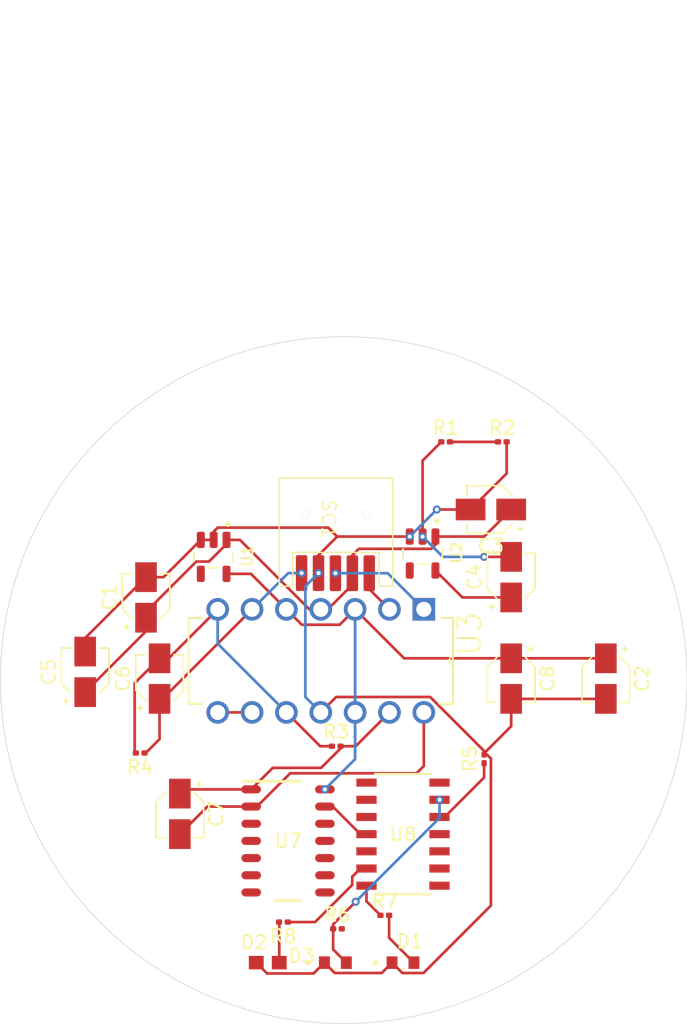
<source format=kicad_pcb>
(kicad_pcb (version 20241229) (generator "pcbnew") (generator_version "9.0")
  (layers (0 "F.Cu" signal) (2 "B.Cu" signal) (13 "F.Paste" user) (15 "B.Paste" user) (5 "F.SilkS" user "F.Silkscreen") (7 "B.SilkS" user "B.Silkscreen") (1 "F.Mask" user) (3 "B.Mask" user) (25 "Edge.Cuts" user))
  (net 0 "")
  (net 1 "GND")
  (net 2 "+5V")
  (net 3 "+2.5V")
  (net 4 "+2.1V")
  (net 5 "Net-(U2-GND)")
  (net 6 "Net-(U3C-+)")
  (net 7 "Net-(SC1-Wrk_Electrode)")
  (net 8 "Net-(U3D--)")
  (net 9 "Net-(U7-SIG_A_OUT_IN)")
  (net 10 "Net-(R1-Pad2)")
  (net 11 "Net-(SC1-GND)")
  (net 12 "Net-(U3C--)")
  (net 13 "Net-(SC1-Ref_Electrode)")
  (net 14 "Net-(SC1-Cntr_Electrode)")
  (net 25 "Net-(U7-CONTROL_A)")
  (net 35 "Net-(D1-PadA)")
  (net 36 "Net-(D2-Pad2)")
  (net 37 "Net-(U8-PA3{slash}EXTCLK)")
  (net 38 "Net-(D3-A)")
  (net 39 "Net-(U8-PB2)")
  (net 40 "Net-(U8-PB3)")
  (footprint "LTST_S270KRKT-3:0603" (layer "F.Cu") (at 165 130)
    (property "Reference" "D2" (at -1 -1.5 0) (layer "F.SilkS") (effects (font (size 1.001748 1.001748))))
    (property "Value" "RED")
    (pad "1" smd rect (at -0.85 0) (size 1.1 1) (layers "F.Cu" "F.Mask" "F.Paste") (net 1 "GND"))
    (pad "2" smd rect (at 0.85 0) (size 1.1 1) (layers "F.Cu" "F.Mask" "F.Paste") (net 36 "Net-(D2-Pad2)"))
  )
  (footprint "Capacitor_SMD:CP_Elec_3x5.3" (layer "F.Cu") (at 157 109 90)
    (property "Reference" "C6" (at 0 -2.7 90) (layer "F.SilkS"))
    (property "Value" "10nF")
    (fp_line (start 1.76 -1.76) (end 1.76 -1.06) (stroke (width 0.12)) (layer "F.SilkS"))
    (fp_line (start -0.870563 -1.76) (end 1.76 -1.76) (stroke (width 0.12)) (layer "F.SilkS"))
    (fp_line (start -2.1875 -1.6225) (end -2.1875 -1.2475) (stroke (width 0.12)) (layer "F.SilkS"))
    (fp_line (start -2.375 -1.435) (end -2 -1.435) (stroke (width 0.12)) (layer "F.SilkS"))
    (fp_line (start -1.570563 -1.06) (end -0.870563 -1.76) (stroke (width 0.12)) (layer "F.SilkS"))
    (fp_line (start -1.570563 1.06) (end -0.870563 1.76) (stroke (width 0.12)) (layer "F.SilkS"))
    (fp_line (start 1.76 1.76) (end 1.76 1.06) (stroke (width 0.12)) (layer "F.SilkS"))
    (fp_line (start -0.870563 1.76) (end 1.76 1.76) (stroke (width 0.12)) (layer "F.SilkS"))
    (pad "1" smd rect (at -1.5 0 90) (size 2.2 1.6) (layers "F.Cu" "F.Mask" "F.Paste") (net 7 "Net-(SC1-Wrk_Electrode)"))
    (pad "2" smd rect (at 1.5 0 90) (size 2.2 1.6) (layers "F.Cu" "F.Mask" "F.Paste") (net 6 "Net-(U3C-+)"))
  )
  (footprint "Resistor_SMD:R_0201_0603Metric" (layer "F.Cu") (at 173.655 126.5)
    (property "Reference" "R7" (at 0 -1.05 0) (layer "F.SilkS"))
    (property "Value" "R_US")
    (pad "1" smd roundrect (at -0.32 0) (size 0.46 0.4) (layers "F.Cu" "F.Mask") (net 39 "Net-(U8-PB2)"))
    (pad "2" smd roundrect (at 0.32 0) (size 0.46 0.4) (layers "F.Cu" "F.Mask") (net 35 "Net-(D1-PadA)"))
  )
  (footprint "Capacitor_SMD:CP_Elec_3x5.3" (layer "F.Cu") (at 183 109 -90)
    (property "Reference" "C8" (at 0 -2.7 90) (layer "F.SilkS"))
    (property "Value" "100nF")
    (fp_line (start -0.870563 1.76) (end 1.76 1.76) (stroke (width 0.12)) (layer "F.SilkS"))
    (fp_line (start 1.76 1.76) (end 1.76 1.06) (stroke (width 0.12)) (layer "F.SilkS"))
    (fp_line (start -1.570563 1.06) (end -0.870563 1.76) (stroke (width 0.12)) (layer "F.SilkS"))
    (fp_line (start -1.570563 -1.06) (end -0.870563 -1.76) (stroke (width 0.12)) (layer "F.SilkS"))
    (fp_line (start -2.375 -1.435) (end -2 -1.435) (stroke (width 0.12)) (layer "F.SilkS"))
    (fp_line (start -2.1875 -1.6225) (end -2.1875 -1.2475) (stroke (width 0.12)) (layer "F.SilkS"))
    (fp_line (start -0.870563 -1.76) (end 1.76 -1.76) (stroke (width 0.12)) (layer "F.SilkS"))
    (fp_line (start 1.76 -1.76) (end 1.76 -1.06) (stroke (width 0.12)) (layer "F.SilkS"))
    (pad "1" smd rect (at -1.5 0 270) (size 2.2 1.6) (layers "F.Cu" "F.Mask" "F.Paste") (net 3 "+2.5V"))
    (pad "2" smd rect (at 1.5 0 270) (size 2.2 1.6) (layers "F.Cu" "F.Mask" "F.Paste") (net 1 "GND"))
  )
  (footprint "Glucose Meter:Strip-Connector" (layer "F.Cu") (at 170 97.5 -90)
    (property "Reference" "SC1" (at -0.3 0.495 270) (layer "F.SilkS") (effects (font (thickness 0.1))))
    (property "Value" "~")
    (fp_line (start -3.33 4.16) (end 4.67 4.16) (stroke (width 0.1)) (layer "F.SilkS"))
    (fp_line (start 4.67 4.16) (end 4.67 3.16) (stroke (width 0.1)) (layer "F.SilkS"))
    (fp_line (start 2.17 3.16) (end 2.17 -3.24) (stroke (width 0.1)) (layer "F.SilkS"))
    (fp_line (start 4.67 3.16) (end 2.17 3.16) (stroke (width 0.1)) (layer "F.SilkS"))
    (fp_line (start 4.67 -3.24) (end 2.17 -3.24) (stroke (width 0.1)) (layer "F.SilkS"))
    (fp_line (start -3.33 -4.24) (end -3.33 4.16) (stroke (width 0.1)) (layer "F.SilkS"))
    (fp_line (start -3.33 -4.24) (end 4.67 -4.24) (stroke (width 0.1)) (layer "F.SilkS"))
    (fp_line (start 4.67 -4.24) (end 4.67 -3.24) (stroke (width 0.1)) (layer "F.SilkS"))
    (pad "1" smd roundrect (at 3.71 -2.505 270) (size 2.65 0.85) (layers "F.Cu" "F.Mask" "F.Paste") (roundrect_rratio 0.15) (net 13 "Net-(SC1-Ref_Electrode)"))
    (pad "2" smd roundrect (at 3.71 -1.255 270) (size 2.65 0.85) (layers "F.Cu" "F.Mask" "F.Paste") (roundrect_rratio 0.15) (net 2 "+5V"))
    (pad "3" thru_hole circle (at -0.665 -2.32 270) (size 0.6 0.6) (drill 0.6) (layers "*.Cu" "*.Mask"))
    (pad "3" smd roundrect (at 3.71 -0.005 270) (size 2.65 0.85) (layers "F.Cu" "F.Mask" "F.Paste") (roundrect_rratio 0.15) (net 14 "Net-(SC1-Cntr_Electrode)"))
    (pad "4" thru_hole circle (at -0.665 2.24 270) (size 0.6 0.6) (drill 0.6) (layers "*.Cu" "*.Mask"))
    (pad "4" smd roundrect (at 3.7 1.245 270) (size 2.65 0.85) (layers "F.Cu" "F.Mask" "F.Paste") (roundrect_rratio 0.15) (net 1 "GND"))
    (pad "5" smd roundrect (at 3.7 2.495 270) (size 2.65 0.85) (layers "F.Cu" "F.Mask" "F.Paste") (roundrect_rratio 0.15) (net 7 "Net-(SC1-Wrk_Electrode)"))
  )
  (footprint "Resistor_SMD:R_0201_0603Metric" (layer "F.Cu") (at 155.5675 114.5 180)
    (property "Reference" "R4" (at 0 -1.05 180) (layer "F.SilkS"))
    (property "Value" "100k")
    (pad "1" smd roundrect (at -0.32 0 180) (size 0.46 0.4) (layers "F.Cu" "F.Mask") (net 7 "Net-(SC1-Wrk_Electrode)"))
    (pad "2" smd roundrect (at 0.32 0 180) (size 0.46 0.4) (layers "F.Cu" "F.Mask") (net 6 "Net-(U3C-+)"))
  )
  (footprint "LMC6484AIN_NOPB-2:DIP254P762X508-14" (layer "F.Cu") (at 161.3 111.5 -90)
    (property "Reference" "U3" (at -5.81 -18.62 90) (layer "F.SilkS") (effects (font (size 1.642008 1.642008))))
    (property "Value" "LMC6484")
    (fp_line (start -6.985 2.159) (end -0.635 2.159) (stroke (width 0.1524)) (layer "F.SilkS"))
    (fp_line (start -0.635 2.159) (end -0.635 1.143) (stroke (width 0.1524)) (layer "F.SilkS"))
    (fp_line (start -6.985 1.143) (end -6.985 2.159) (stroke (width 0.1524)) (layer "F.SilkS"))
    (fp_line (start -0.635 -16.383) (end -0.635 -17.399) (stroke (width 0.1524)) (layer "F.SilkS"))
    (fp_line (start -6.985 -17.399) (end -6.985 -16.5608) (stroke (width 0.1524)) (layer "F.SilkS"))
    (fp_line (start -4.1148 -17.399) (end -6.985 -17.399) (stroke (width 0.1524)) (layer "F.SilkS"))
    (fp_line (start -3.5052 -17.399) (end -4.1148 -17.399) (stroke (width 0.1524)) (layer "F.SilkS"))
    (fp_line (start -0.635 -17.399) (end -3.5052 -17.399) (stroke (width 0.1524)) (layer "F.SilkS"))
    (fp_arc (start -3.5052 -17.399) (mid -3.81 -17.0942) (end -4.1148 -17.399) (stroke (width 0.1)) (layer "F.SilkS"))
    (pad "1" thru_hole rect (at -7.62 -15.24 270) (size 1.6764 1.6764) (drill 1.1176) (layers "*.Cu" "*.Mask") (net 14 "Net-(SC1-Cntr_Electrode)"))
    (pad "2" thru_hole circle (at -7.62 -12.7 270) (size 1.6764 1.6764) (drill 1.1176) (layers "*.Cu" "*.Mask") (net 13 "Net-(SC1-Ref_Electrode)"))
    (pad "3" thru_hole circle (at -7.62 -10.16 270) (size 1.6764 1.6764) (drill 1.1176) (layers "*.Cu" "*.Mask") (net 3 "+2.5V"))
    (pad "4" thru_hole circle (at -7.62 -7.62 270) (size 1.6764 1.6764) (drill 1.1176) (layers "*.Cu" "*.Mask") (net 2 "+5V"))
    (pad "5" thru_hole circle (at -7.62 -5.08 270) (size 1.6764 1.6764) (drill 1.1176) (layers "*.Cu" "*.Mask") (net 3 "+2.5V"))
    (pad "6" thru_hole circle (at -7.62 -2.54 270) (size 1.6764 1.6764) (drill 1.1176) (layers "*.Cu" "*.Mask") (net 7 "Net-(SC1-Wrk_Electrode)"))
    (pad "7" thru_hole circle (at -7.62 0 270) (size 1.6764 1.6764) (drill 1.1176) (layers "*.Cu" "*.Mask") (net 6 "Net-(U3C-+)"))
    (pad "8" thru_hole circle (at 0 0 270) (size 1.6764 1.6764) (drill 1.1176) (layers "*.Cu" "*.Mask") (net 12 "Net-(U3C--)"))
    (pad "9" thru_hole circle (at 0 -2.54 270) (size 1.6764 1.6764) (drill 1.1176) (layers "*.Cu" "*.Mask") (net 12 "Net-(U3C--)"))
    (pad "10" thru_hole circle (at 0 -5.08 270) (size 1.6764 1.6764) (drill 1.1176) (layers "*.Cu" "*.Mask") (net 6 "Net-(U3C-+)"))
    (pad "11" thru_hole circle (at 0 -7.62 270) (size 1.6764 1.6764) (drill 1.1176) (layers "*.Cu" "*.Mask") (net 1 "GND"))
    (pad "12" thru_hole circle (at 0 -10.16 270) (size 1.6764 1.6764) (drill 1.1176) (layers "*.Cu" "*.Mask") (net 3 "+2.5V"))
    (pad "13" thru_hole circle (at 0 -12.7 270) (size 1.6764 1.6764) (drill 1.1176) (layers "*.Cu" "*.Mask") (net 8 "Net-(U3D--)"))
    (pad "14" thru_hole circle (at 0 -15.24 270) (size 1.6764 1.6764) (drill 1.1176) (layers "*.Cu" "*.Mask") (net 9 "Net-(U7-SIG_A_OUT_IN)"))
  )
  (footprint "footprints:D0014A_N" (layer "F.Cu") (at 166.5 121)
    (property "Reference" "U7" (at 0 0 0) (layer "F.SilkS"))
    (property "Value" "CD4066BM96")
    (fp_line (start -3.300001 -4.399999) (end 0.900001 -4.399999) (stroke (width 0.2)) (layer "F.SilkS"))
    (fp_line (start -0.900001 4.399999) (end 0.900001 4.399999) (stroke (width 0.2)) (layer "F.SilkS"))
    (pad "1" smd oval (at -2.725001 -3.81 90) (size 0.599999 1.45) (layers "F.Cu" "F.Mask" "F.Paste") (net 8 "Net-(U3D--)"))
    (pad "2" smd oval (at -2.725001 -2.54 90) (size 0.599999 1.45) (layers "F.Cu" "F.Mask" "F.Paste") (net 9 "Net-(U7-SIG_A_OUT_IN)"))
    (pad "3" smd oval (at -2.725001 -1.27 90) (size 0.599999 1.45) (layers "F.Cu" "F.Mask" "F.Paste"))
    (pad "4" smd oval (at -2.725001 0 90) (size 0.599999 1.45) (layers "F.Cu" "F.Mask" "F.Paste"))
    (pad "5" smd oval (at -2.725001 1.27 90) (size 0.599999 1.45) (layers "F.Cu" "F.Mask" "F.Paste"))
    (pad "6" smd oval (at -2.725001 2.54 90) (size 0.599999 1.45) (layers "F.Cu" "F.Mask" "F.Paste"))
    (pad "7" smd oval (at -2.725001 3.81 90) (size 0.599999 1.45) (layers "F.Cu" "F.Mask" "F.Paste"))
    (pad "8" smd oval (at 2.724998 3.81 90) (size 0.599999 1.45) (layers "F.Cu" "F.Mask" "F.Paste"))
    (pad "9" smd oval (at 2.724998 2.54 90) (size 0.599999 1.45) (layers "F.Cu" "F.Mask" "F.Paste"))
    (pad "10" smd oval (at 2.724998 1.27 90) (size 0.599999 1.45) (layers "F.Cu" "F.Mask" "F.Paste"))
    (pad "11" smd oval (at 2.724998 0 90) (size 0.599999 1.45) (layers "F.Cu" "F.Mask" "F.Paste"))
    (pad "12" smd oval (at 2.724998 -1.27 90) (size 0.599999 1.45) (layers "F.Cu" "F.Mask" "F.Paste"))
    (pad "13" smd oval (at 2.724998 -2.54 90) (size 0.599999 1.45) (layers "F.Cu" "F.Mask" "F.Paste") (net 25 "Net-(U7-CONTROL_A)"))
    (pad "14" smd oval (at 2.724998 -3.81 90) (size 0.599999 1.45) (layers "F.Cu" "F.Mask" "F.Paste") (net 3 "+2.5V"))
  )
  (footprint "TPS76925DBVR-2:SOT95P280X145-5N" (layer "F.Cu") (at 161 100 -90)
    (property "Reference" "U1" (at -0.06 -2.508 90) (layer "F.SilkS") (effects (font (size 0.8 0.8))))
    (property "Value" "TPS76925DBVR")
    (fp_line (start 0.33 1.45) (end -0.33 1.45) (stroke (width 0.127)) (layer "F.SilkS"))
    (fp_line (start 0.8 -0.335) (end 0.8 0.335) (stroke (width 0.127)) (layer "F.SilkS"))
    (fp_line (start -0.33 -1.45) (end 0.33 -1.45) (stroke (width 0.127)) (layer "F.SilkS"))
    (fp_circle (center -2.41 -1.05) (end -2.31 -1.05) (stroke (width 0.2)) (fill no) (layer "F.SilkS"))
    (pad "1" smd roundrect (at -1.255 -0.95 270) (size 1.21 0.59) (layers "F.Cu" "F.Mask" "F.Paste") (net 2 "+5V"))
    (pad "2" smd roundrect (at -1.255 0 270) (size 1.21 0.59) (layers "F.Cu" "F.Mask" "F.Paste") (net 1 "GND"))
    (pad "3" smd roundrect (at -1.255 0.95 270) (size 1.21 0.59) (layers "F.Cu" "F.Mask" "F.Paste") (net 1 "GND"))
    (pad "4" smd roundrect (at 1.255 0.95 270) (size 1.21 0.59) (layers "F.Cu" "F.Mask" "F.Paste"))
    (pad "5" smd roundrect (at 1.255 -0.95 270) (size 1.21 0.59) (layers "F.Cu" "F.Mask" "F.Paste") (net 3 "+2.5V"))
  )
  (footprint "Resistor_SMD:R_0201_0603Metric" (layer "F.Cu") (at 170.0675 114)
    (property "Reference" "R3" (at 0 -1.05 0) (layer "F.SilkS"))
    (property "Value" "R_US")
    (pad "1" smd roundrect (at -0.32 0) (size 0.46 0.4) (layers "F.Cu" "F.Mask") (net 6 "Net-(U3C-+)"))
    (pad "2" smd roundrect (at 0.32 0) (size 0.46 0.4) (layers "F.Cu" "F.Mask") (net 8 "Net-(U3D--)"))
  )
  (footprint "Resistor_SMD:R_0201_0603Metric" (layer "F.Cu") (at 182.345 91.5)
    (property "Reference" "R2" (at 0 -1.05 0) (layer "F.SilkS"))
    (property "Value" "180k")
    (pad "1" smd roundrect (at -0.32 0) (size 0.46 0.4) (layers "F.Cu" "F.Mask") (net 10 "Net-(R1-Pad2)"))
    (pad "2" smd roundrect (at 0.32 0) (size 0.46 0.4) (layers "F.Cu" "F.Mask") (net 1 "GND"))
  )
  (footprint "Resistor_SMD:R_0201_0603Metric" (layer "F.Cu") (at 170.155 127.5)
    (property "Reference" "R6" (at 0 -1.05 0) (layer "F.SilkS"))
    (property "Value" "R_US")
    (pad "1" smd roundrect (at -0.32 0) (size 0.46 0.4) (layers "F.Cu" "F.Mask") (net 37 "Net-(U8-PA3{slash}EXTCLK)"))
    (pad "2" smd roundrect (at 0.32 0) (size 0.46 0.4) (layers "F.Cu" "F.Mask") (net 38 "Net-(D3-A)"))
  )
  (footprint "Capacitor_SMD:CP_Elec_3x5.3" (layer "F.Cu") (at 151.5 108.5 90)
    (property "Reference" "C5" (at 0 -2.7 90) (layer "F.SilkS"))
    (property "Value" "100nF")
    (fp_line (start 1.76 -1.76) (end 1.76 -1.06) (stroke (width 0.12)) (layer "F.SilkS"))
    (fp_line (start -0.870563 -1.76) (end 1.76 -1.76) (stroke (width 0.12)) (layer "F.SilkS"))
    (fp_line (start -2.1875 -1.6225) (end -2.1875 -1.2475) (stroke (width 0.12)) (layer "F.SilkS"))
    (fp_line (start -2.375 -1.435) (end -2 -1.435) (stroke (width 0.12)) (layer "F.SilkS"))
    (fp_line (start -1.570563 -1.06) (end -0.870563 -1.76) (stroke (width 0.12)) (layer "F.SilkS"))
    (fp_line (start -1.570563 1.06) (end -0.870563 1.76) (stroke (width 0.12)) (layer "F.SilkS"))
    (fp_line (start 1.76 1.76) (end 1.76 1.06) (stroke (width 0.12)) (layer "F.SilkS"))
    (fp_line (start -0.870563 1.76) (end 1.76 1.76) (stroke (width 0.12)) (layer "F.SilkS"))
    (pad "1" smd rect (at -1.5 0 90) (size 2.2 1.6) (layers "F.Cu" "F.Mask" "F.Paste") (net 2 "+5V"))
    (pad "2" smd rect (at 1.5 0 90) (size 2.2 1.6) (layers "F.Cu" "F.Mask" "F.Paste") (net 1 "GND"))
  )
  (footprint "LTST_C190YKT-2:LEDC1608X35N" (layer "F.Cu") (at 175 130)
    (property "Reference" "D1" (at 0.5 -1.573661 0) (layer "F.SilkS") (effects (font (size 1.002882 1.002882))))
    (property "Value" "YLLW")
    (fp_line (start -0.085 -0.45) (end 0.085 -0.45) (stroke (width 0.127)) (layer "F.SilkS"))
    (fp_line (start 0.085 0.45) (end -0.085 0.45) (stroke (width 0.127)) (layer "F.SilkS"))
    (fp_circle (center -2 0) (end -1.9 0) (stroke (width 0.2)) (fill no) (layer "F.SilkS"))
    (pad "A" smd rect (at 0.81 0) (size 0.81 0.93) (layers "F.Cu" "F.Mask" "F.Paste") (net 35 "Net-(D1-PadA)"))
    (pad "C" smd rect (at -0.81 0) (size 0.81 0.93) (layers "F.Cu" "F.Mask" "F.Paste") (net 1 "GND"))
  )
  (footprint "Resistor_SMD:R_0201_0603Metric" (layer "F.Cu") (at 178.155 91.5)
    (property "Reference" "R1" (at 0 -1.05 0) (layer "F.SilkS"))
    (property "Value" "130k")
    (pad "1" smd roundrect (at -0.32 0) (size 0.46 0.4) (layers "F.Cu" "F.Mask") (net 5 "Net-(U2-GND)"))
    (pad "2" smd roundrect (at 0.32 0) (size 0.46 0.4) (layers "F.Cu" "F.Mask") (net 10 "Net-(R1-Pad2)"))
  )
  (footprint "ATTINY204_SSFR:SOIC14_SL_MCH" (layer "F.Cu") (at 175 120.5)
    (property "Reference" "U8" (at 0 0 0) (layer "F.SilkS"))
    (property "Value" "ATTINY204-SSFR")
    (fp_line (start -2.077 4.452) (end 2.077 4.452) (stroke (width 0.1524)) (layer "F.SilkS"))
    (fp_line (start 2.077 -4.452) (end -2.077 -4.452) (stroke (width 0.1524)) (layer "F.SilkS"))
    (pad "1" smd rect (at -2.7 -3.81) (size 1.5 0.6) (layers "F.Cu" "F.Mask" "F.Paste"))
    (pad "2" smd rect (at -2.7 -2.54) (size 1.5 0.6) (layers "F.Cu" "F.Mask" "F.Paste"))
    (pad "3" smd rect (at -2.7 -1.27) (size 1.5 0.6) (layers "F.Cu" "F.Mask" "F.Paste"))
    (pad "4" smd rect (at -2.7 0) (size 1.5 0.6) (layers "F.Cu" "F.Mask" "F.Paste") (net 25 "Net-(U7-CONTROL_A)"))
    (pad "5" smd rect (at -2.7 1.27) (size 1.5 0.6) (layers "F.Cu" "F.Mask" "F.Paste"))
    (pad "6" smd rect (at -2.7 2.54) (size 1.5 0.6) (layers "F.Cu" "F.Mask" "F.Paste") (net 40 "Net-(U8-PB3)"))
    (pad "7" smd rect (at -2.7 3.81) (size 1.5 0.6) (layers "F.Cu" "F.Mask" "F.Paste") (net 39 "Net-(U8-PB2)"))
    (pad "8" smd rect (at 2.7 3.81) (size 1.5 0.6) (layers "F.Cu" "F.Mask" "F.Paste"))
    (pad "9" smd rect (at 2.7 2.54) (size 1.5 0.6) (layers "F.Cu" "F.Mask" "F.Paste"))
    (pad "10" smd rect (at 2.7 1.27) (size 1.5 0.6) (layers "F.Cu" "F.Mask" "F.Paste"))
    (pad "11" smd rect (at 2.7 0) (size 1.5 0.6) (layers "F.Cu" "F.Mask" "F.Paste"))
    (pad "12" smd rect (at 2.7 -1.27) (size 1.5 0.6) (layers "F.Cu" "F.Mask" "F.Paste") (net 11 "Net-(SC1-GND)"))
    (pad "13" smd rect (at 2.7 -2.54) (size 1.5 0.6) (layers "F.Cu" "F.Mask" "F.Paste") (net 37 "Net-(U8-PA3{slash}EXTCLK)"))
    (pad "14" smd rect (at 2.7 -3.81) (size 1.5 0.6) (layers "F.Cu" "F.Mask" "F.Paste"))
  )
  (footprint "Capacitor_SMD:CP_Elec_3x5.3" (layer "F.Cu") (at 156 103 90)
    (property "Reference" "C1" (at 0 -2.7 90) (layer "F.SilkS"))
    (property "Value" "1uF")
    (fp_line (start 1.76 -1.76) (end 1.76 -1.06) (stroke (width 0.12)) (layer "F.SilkS"))
    (fp_line (start -0.870563 -1.76) (end 1.76 -1.76) (stroke (width 0.12)) (layer "F.SilkS"))
    (fp_line (start -2.1875 -1.6225) (end -2.1875 -1.2475) (stroke (width 0.12)) (layer "F.SilkS"))
    (fp_line (start -2.375 -1.435) (end -2 -1.435) (stroke (width 0.12)) (layer "F.SilkS"))
    (fp_line (start -1.570563 -1.06) (end -0.870563 -1.76) (stroke (width 0.12)) (layer "F.SilkS"))
    (fp_line (start -1.570563 1.06) (end -0.870563 1.76) (stroke (width 0.12)) (layer "F.SilkS"))
    (fp_line (start 1.76 1.76) (end 1.76 1.06) (stroke (width 0.12)) (layer "F.SilkS"))
    (fp_line (start -0.870563 1.76) (end 1.76 1.76) (stroke (width 0.12)) (layer "F.SilkS"))
    (pad "1" smd rect (at -1.5 0 90) (size 2.2 1.6) (layers "F.Cu" "F.Mask" "F.Paste") (net 2 "+5V"))
    (pad "2" smd rect (at 1.5 0 90) (size 2.2 1.6) (layers "F.Cu" "F.Mask" "F.Paste") (net 1 "GND"))
  )
  (footprint "Resistor_SMD:R_0201_0603Metric" (layer "F.Cu") (at 166.155 127 180)
    (property "Reference" "R8" (at 0 -1.05 0) (layer "F.SilkS"))
    (property "Value" "R_US")
    (pad "1" smd roundrect (at -0.32 0 180) (size 0.46 0.4) (layers "F.Cu" "F.Mask") (net 40 "Net-(U8-PB3)"))
    (pad "2" smd roundrect (at 0.32 0 180) (size 0.46 0.4) (layers "F.Cu" "F.Mask") (net 36 "Net-(D2-Pad2)"))
  )
  (footprint "Capacitor_SMD:CP_Elec_3x5.3" (layer "F.Cu") (at 181.5 96.5 180)
    (property "Reference" "C3" (at 0 -2.7 0) (layer "F.SilkS"))
    (property "Value" "1uF")
    (fp_line (start 1.76 1.76) (end 1.76 1.06) (stroke (width 0.12)) (layer "F.SilkS"))
    (fp_line (start 1.76 -1.76) (end 1.76 -1.06) (stroke (width 0.12)) (layer "F.SilkS"))
    (fp_line (start -0.870563 1.76) (end 1.76 1.76) (stroke (width 0.12)) (layer "F.SilkS"))
    (fp_line (start -0.870563 -1.76) (end 1.76 -1.76) (stroke (width 0.12)) (layer "F.SilkS"))
    (fp_line (start -1.570563 1.06) (end -0.870563 1.76) (stroke (width 0.12)) (layer "F.SilkS"))
    (fp_line (start -1.570563 -1.06) (end -0.870563 -1.76) (stroke (width 0.12)) (layer "F.SilkS"))
    (fp_line (start -2.1875 -1.6225) (end -2.1875 -1.2475) (stroke (width 0.12)) (layer "F.SilkS"))
    (fp_line (start -2.375 -1.435) (end -2 -1.435) (stroke (width 0.12)) (layer "F.SilkS"))
    (pad "1" smd rect (at -1.5 0 180) (size 2.2 1.6) (layers "F.Cu" "F.Mask" "F.Paste") (net 2 "+5V"))
    (pad "2" smd rect (at 1.5 0 180) (size 2.2 1.6) (layers "F.Cu" "F.Mask" "F.Paste") (net 1 "GND"))
  )
  (footprint "Capacitor_SMD:CP_Elec_3x5.3" (layer "F.Cu") (at 183 101.5 90)
    (property "Reference" "C4" (at 0 -2.7 90) (layer "F.SilkS"))
    (property "Value" "2.2uF")
    (fp_line (start 1.76 -1.76) (end 1.76 -1.06) (stroke (width 0.12)) (layer "F.SilkS"))
    (fp_line (start -0.870563 -1.76) (end 1.76 -1.76) (stroke (width 0.12)) (layer "F.SilkS"))
    (fp_line (start -2.1875 -1.6225) (end -2.1875 -1.2475) (stroke (width 0.12)) (layer "F.SilkS"))
    (fp_line (start -2.375 -1.435) (end -2 -1.435) (stroke (width 0.12)) (layer "F.SilkS"))
    (fp_line (start -1.570563 -1.06) (end -0.870563 -1.76) (stroke (width 0.12)) (layer "F.SilkS"))
    (fp_line (start -1.570563 1.06) (end -0.870563 1.76) (stroke (width 0.12)) (layer "F.SilkS"))
    (fp_line (start 1.76 1.76) (end 1.76 1.06) (stroke (width 0.12)) (layer "F.SilkS"))
    (fp_line (start -0.870563 1.76) (end 1.76 1.76) (stroke (width 0.12)) (layer "F.SilkS"))
    (pad "1" smd rect (at -1.5 0 90) (size 2.2 1.6) (layers "F.Cu" "F.Mask" "F.Paste") (net 4 "+2.1V"))
    (pad "2" smd rect (at 1.5 0 90) (size 2.2 1.6) (layers "F.Cu" "F.Mask" "F.Paste") (net 5 "Net-(U2-GND)"))
  )
  (footprint "Capacitor_SMD:CP_Elec_3x5.3" (layer "F.Cu") (at 190 109 -90)
    (property "Reference" "C2" (at 0 -2.7 90) (layer "F.SilkS"))
    (property "Value" "2.2uF")
    (fp_line (start -0.870563 1.76) (end 1.76 1.76) (stroke (width 0.12)) (layer "F.SilkS"))
    (fp_line (start 1.76 1.76) (end 1.76 1.06) (stroke (width 0.12)) (layer "F.SilkS"))
    (fp_line (start -1.570563 1.06) (end -0.870563 1.76) (stroke (width 0.12)) (layer "F.SilkS"))
    (fp_line (start -1.570563 -1.06) (end -0.870563 -1.76) (stroke (width 0.12)) (layer "F.SilkS"))
    (fp_line (start -2.375 -1.435) (end -2 -1.435) (stroke (width 0.12)) (layer "F.SilkS"))
    (fp_line (start -2.1875 -1.6225) (end -2.1875 -1.2475) (stroke (width 0.12)) (layer "F.SilkS"))
    (fp_line (start -0.870563 -1.76) (end 1.76 -1.76) (stroke (width 0.12)) (layer "F.SilkS"))
    (fp_line (start 1.76 -1.76) (end 1.76 -1.06) (stroke (width 0.12)) (layer "F.SilkS"))
    (pad "1" smd rect (at -1.5 0 270) (size 2.2 1.6) (layers "F.Cu" "F.Mask" "F.Paste") (net 3 "+2.5V"))
    (pad "2" smd rect (at 1.5 0 270) (size 2.2 1.6) (layers "F.Cu" "F.Mask" "F.Paste") (net 1 "GND"))
  )
  (footprint "TPS76925DBVR-2:SOT95P280X145-5N" (layer "F.Cu") (at 176.45 99.755 -90)
    (property "Reference" "U2" (at -0.06 -2.508 90) (layer "F.SilkS") (effects (font (size 0.8 0.8))))
    (property "Value" "TPS76925DBVR")
    (fp_line (start 0.33 1.45) (end -0.33 1.45) (stroke (width 0.127)) (layer "F.SilkS"))
    (fp_line (start 0.8 -0.335) (end 0.8 0.335) (stroke (width 0.127)) (layer "F.SilkS"))
    (fp_line (start -0.33 -1.45) (end 0.33 -1.45) (stroke (width 0.127)) (layer "F.SilkS"))
    (fp_circle (center -2.41 -1.05) (end -2.31 -1.05) (stroke (width 0.2)) (fill no) (layer "F.SilkS"))
    (pad "1" smd roundrect (at -1.255 -0.95 270) (size 1.21 0.59) (layers "F.Cu" "F.Mask" "F.Paste") (net 2 "+5V"))
    (pad "2" smd roundrect (at -1.255 0 270) (size 1.21 0.59) (layers "F.Cu" "F.Mask" "F.Paste") (net 5 "Net-(U2-GND)"))
    (pad "3" smd roundrect (at -1.255 0.95 270) (size 1.21 0.59) (layers "F.Cu" "F.Mask" "F.Paste") (net 1 "GND"))
    (pad "4" smd roundrect (at 1.255 0.95 270) (size 1.21 0.59) (layers "F.Cu" "F.Mask" "F.Paste"))
    (pad "5" smd roundrect (at 1.255 -0.95 270) (size 1.21 0.59) (layers "F.Cu" "F.Mask" "F.Paste") (net 4 "+2.1V"))
  )
  (footprint "LTST_C190YKT-2:LEDC1608X35N" (layer "F.Cu") (at 170 130)
    (property "Reference" "D3" (at -2.5 -0.5 0) (layer "F.SilkS") (effects (font (size 1.002882 1.002882))))
    (property "Value" "GRN")
    (fp_line (start -0.085 -0.45) (end 0.085 -0.45) (stroke (width 0.127)) (layer "F.SilkS"))
    (fp_line (start 0.085 0.45) (end -0.085 0.45) (stroke (width 0.127)) (layer "F.SilkS"))
    (fp_circle (center -2 0) (end -1.9 0) (stroke (width 0.2)) (fill no) (layer "F.SilkS"))
    (pad "A" smd rect (at 0.81 0) (size 0.81 0.93) (layers "F.Cu" "F.Mask" "F.Paste"))
    (pad "C" smd rect (at -0.81 0) (size 0.81 0.93) (layers "F.Cu" "F.Mask" "F.Paste"))
  )
  (footprint "Resistor_SMD:R_0201_0603Metric" (layer "F.Cu") (at 181 114.9325 90)
    (property "Reference" "R5" (at 0 -1.05 90) (layer "F.SilkS"))
    (property "Value" "10k")
    (pad "1" smd roundrect (at -0.32 0 90) (size 0.46 0.4) (layers "F.Cu" "F.Mask") (net 11 "Net-(SC1-GND)"))
    (pad "2" smd roundrect (at 0.32 0 90) (size 0.46 0.4) (layers "F.Cu" "F.Mask") (net 1 "GND"))
  )
  (footprint "Capacitor_SMD:CP_Elec_3x5.3" (layer "F.Cu") (at 158.5 119 -90)
    (property "Reference" "C7" (at 0 -2.7 90) (layer "F.SilkS"))
    (property "Value" "100uF")
    (fp_line (start -0.870563 1.76) (end 1.76 1.76) (stroke (width 0.12)) (layer "F.SilkS"))
    (fp_line (start 1.76 1.76) (end 1.76 1.06) (stroke (width 0.12)) (layer "F.SilkS"))
    (fp_line (start -1.570563 1.06) (end -0.870563 1.76) (stroke (width 0.12)) (layer "F.SilkS"))
    (fp_line (start -1.570563 -1.06) (end -0.870563 -1.76) (stroke (width 0.12)) (layer "F.SilkS"))
    (fp_line (start -2.375 -1.435) (end -2 -1.435) (stroke (width 0.12)) (layer "F.SilkS"))
    (fp_line (start -2.1875 -1.6225) (end -2.1875 -1.2475) (stroke (width 0.12)) (layer "F.SilkS"))
    (fp_line (start -0.870563 -1.76) (end 1.76 -1.76) (stroke (width 0.12)) (layer "F.SilkS"))
    (fp_line (start 1.76 -1.76) (end 1.76 -1.06) (stroke (width 0.12)) (layer "F.SilkS"))
    (pad "1" smd rect (at -1.5 0 270) (size 2.2 1.6) (layers "F.Cu" "F.Mask" "F.Paste") (net 8 "Net-(U3D--)"))
    (pad "2" smd rect (at 1.5 0 270) (size 2.2 1.6) (layers "F.Cu" "F.Mask" "F.Paste") (net 9 "Net-(U7-SIG_A_OUT_IN)"))
  )
  (gr_circle (center 170.612995 109.112995) (end 192.112995 122.612995) (stroke (width 0.05)) (fill no) (layer "Edge.Cuts"))
  (segment (start 168.389 130.801) (end 169.19 130) (width 0.2) (layer "F.Cu") (net 1))
  (segment (start 156 101.5) (end 157.295 101.5) (width 0.2) (layer "F.Cu") (net 1))
  (segment (start 169.469 97.839) (end 170.13 98.5) (width 0.2) (layer "F.Cu") (net 1))
  (segment (start 160.05 98.745) (end 161 98.745) (width 0.2) (layer "F.Cu") (net 1))
  (segment (start 169.19 130) (end 169.956 130.766) (width 0.2) (layer "F.Cu") (net 1))
  (segment (start 177.011873 110.3608) (end 170.0592 110.3608) (width 0.2) (layer "F.Cu") (net 1))
  (segment (start 161 98.140001) (end 161.301001 97.839) (width 0.2) (layer "F.Cu") (net 1))
  (segment (start 161.301001 97.839) (end 169.469 97.839) (width 0.2) (layer "F.Cu") (net 1))
  (segment (start 175.5 98.5) (end 170.13 98.5) (width 0.2) (layer "F.Cu") (net 1))
  (segment (start 181 114.6125) (end 181 114.348927) (width 0.2) (layer "F.Cu") (net 1))
  (segment (start 174.956 130.766) (end 176.516 130.766) (width 0.2) (layer "F.Cu") (net 1))
  (segment (start 174.19 130) (end 174.956 130.766) (width 0.2) (layer "F.Cu") (net 1))
  (segment (start 182.665 93.835) (end 180 96.5) (width 0.2) (layer "F.Cu") (net 1))
  (segment (start 164.951 130.801) (end 168.389 130.801) (width 0.2) (layer "F.Cu") (net 1))
  (segment (start 182.665 91.5) (end 182.665 93.835) (width 0.2) (layer "F.Cu") (net 1))
  (segment (start 169.956 130.766) (end 173.424 130.766) (width 0.2) (layer "F.Cu") (net 1))
  (segment (start 181.501 125.781) (end 181.501 114.913501) (width 0.2) (layer "F.Cu") (net 1))
  (segment (start 181.199999 114.6125) (end 181 114.6125) (width 0.2) (layer "F.Cu") (net 1))
  (segment (start 151.5 106) (end 151.5 107) (width 0.2) (layer "F.Cu") (net 1))
  (segment (start 168.755 99.875) (end 168.755 101.2) (width 0.2) (layer "F.Cu") (net 1))
  (segment (start 161 98.745) (end 161 98.140001) (width 0.2) (layer "F.Cu") (net 1))
  (segment (start 181.501 114.913501) (end 181.199999 114.6125) (width 0.2) (layer "F.Cu") (net 1))
  (segment (start 170.0592 110.3608) (end 168.92 111.5) (width 0.2) (layer "F.Cu") (net 1))
  (segment (start 164.15 130) (end 164.951 130.801) (width 0.2) (layer "F.Cu") (net 1))
  (segment (start 176.516 130.766) (end 181.501 125.781) (width 0.2) (layer "F.Cu") (net 1))
  (segment (start 156 101.5) (end 151.5 106) (width 0.2) (layer "F.Cu") (net 1))
  (segment (start 181 114.348927) (end 177.011873 110.3608) (width 0.2) (layer "F.Cu") (net 1))
  (segment (start 157.295 101.5) (end 160.05 98.745) (width 0.2) (layer "F.Cu") (net 1))
  (segment (start 183 112.525) (end 181 114.525) (width 0.2) (layer "F.Cu") (net 1))
  (segment (start 190 110.5) (end 183 110.5) (width 0.2) (layer "F.Cu") (net 1))
  (segment (start 180 96.5) (end 177.5 96.5) (width 0.2) (layer "F.Cu") (net 1))
  (segment (start 173.424 130.766) (end 174.19 130) (width 0.2) (layer "F.Cu") (net 1))
  (segment (start 183 110.5) (end 183 112.525) (width 0.2) (layer "F.Cu") (net 1))
  (segment (start 170.13 98.5) (end 168.755 99.875) (width 0.2) (layer "F.Cu") (net 1))
  (via (at 175.5 98.5) (size 0.6) (drill 0.3) (layers "F.Cu" "B.Cu") (net 1))
  (via (at 177.5 96.5) (size 0.6) (drill 0.3) (layers "F.Cu" "B.Cu") (net 1))
  (via (at 168.755 101.2) (size 0.6) (drill 0.3) (layers "F.Cu" "B.Cu") (net 1))
  (segment (start 167.7808 110.3608) (end 167.7808 102.1742) (width 0.2) (layer "B.Cu") (net 1))
  (segment (start 177.5 96.5) (end 175.5 98.5) (width 0.2) (layer "B.Cu") (net 1))
  (segment (start 168.92 111.5) (end 167.7808 110.3608) (width 0.2) (layer "B.Cu") (net 1))
  (segment (start 167.7808 102.1742) (end 168.755 101.2) (width 0.2) (layer "B.Cu") (net 1))
  (segment (start 171.255 99.885) (end 171.734 99.406) (width 0.2) (layer "F.Cu") (net 2))
  (segment (start 156 105.5) (end 156 104.5) (width 0.2) (layer "F.Cu") (net 2))
  (segment (start 161.95 98.745) (end 161.95 99.05) (width 0.2) (layer "F.Cu") (net 2))
  (segment (start 161.95 98.745) (end 162.945478 98.745) (width 0.2) (layer "F.Cu") (net 2))
  (segment (start 161.95 99.05) (end 160.651 100.349) (width 0.2) (layer "F.Cu") (net 2))
  (segment (start 181 98.5) (end 183 96.5) (width 0.2) (layer "F.Cu") (net 2))
  (segment (start 171.734 99.406) (end 177.098999 99.406) (width 0.2) (layer "F.Cu") (net 2))
  (segment (start 171.255 102.064522) (end 171.255 101.21) (width 0.2) (layer "F.Cu") (net 2))
  (segment (start 177.098999 99.406) (end 177.4 99.104999) (width 0.2) (layer "F.Cu") (net 2))
  (segment (start 171.255 101.21) (end 171.255 99.885) (width 0.2) (layer "F.Cu") (net 2))
  (segment (start 162.945478 98.745) (end 168.080478 103.88) (width 0.2) (layer "F.Cu") (net 2))
  (segment (start 160.651 100.349) (end 159.712638 100.349) (width 0.2) (layer "F.Cu") (net 2))
  (segment (start 151.5 110) (end 156 105.5) (width 0.2) (layer "F.Cu") (net 2))
  (segment (start 159.712638 100.349) (end 156 104.061638) (width 0.2) (layer "F.Cu") (net 2))
  (segment (start 177.4 99.104999) (end 177.4 98.5) (width 0.2) (layer "F.Cu") (net 2))
  (segment (start 156 104.061638) (end 156 104.5) (width 0.2) (layer "F.Cu") (net 2))
  (segment (start 177.4 98.5) (end 181 98.5) (width 0.2) (layer "F.Cu") (net 2))
  (segment (start 168.080478 103.88) (end 168.92 103.88) (width 0.2) (layer "F.Cu") (net 2))
  (segment (start 168.92 103.88) (end 169.439522 103.88) (width 0.2) (layer "F.Cu") (net 2))
  (segment (start 169.439522 103.88) (end 171.255 102.064522) (width 0.2) (layer "F.Cu") (net 2))
  (segment (start 161.95 101.255) (end 163.755 101.255) (width 0.2) (layer "F.Cu") (net 3))
  (segment (start 170.3208 105.0192) (end 171.46 103.88) (width 0.2) (layer "F.Cu") (net 3))
  (segment (start 190 107.5) (end 183 107.5) (width 0.2) (layer "F.Cu") (net 3))
  (segment (start 175.08 107.5) (end 183 107.5) (width 0.2) (layer "F.Cu") (net 3))
  (segment (start 167.5192 105.0192) (end 170.3208 105.0192) (width 0.2) (layer "F.Cu") (net 3))
  (segment (start 166.38 103.88) (end 167.5192 105.0192) (width 0.2) (layer "F.Cu") (net 3))
  (segment (start 163.755 101.255) (end 166.38 103.88) (width 0.2) (layer "F.Cu") (net 3))
  (segment (start 171.46 103.88) (end 175.08 107.5) (width 0.2) (layer "F.Cu") (net 3))
  (via (at 169.224998 117.19) (size 0.6) (drill 0.3) (layers "F.Cu" "B.Cu") (net 3))
  (segment (start 171.46 111.5) (end 171.46 114.954998) (width 0.2) (layer "B.Cu") (net 3))
  (segment (start 171.46 103.88) (end 171.46 111.5) (width 0.2) (layer "B.Cu") (net 3))
  (segment (start 171.46 114.954998) (end 169.224998 117.19) (width 0.2) (layer "B.Cu") (net 3))
  (segment (start 179.39 103) (end 177.4 101.01) (width 0.2) (layer "F.Cu") (net 4))
  (segment (start 183 103) (end 179.39 103) (width 0.2) (layer "F.Cu") (net 4))
  (segment (start 176.45 98.5) (end 176.45 92.885) (width 0.2) (layer "F.Cu") (net 5))
  (segment (start 176.45 92.885) (end 177.835 91.5) (width 0.2) (layer "F.Cu") (net 5))
  (segment (start 176.45 98.5) (end 176.45 98.816638) (width 0.2) (layer "F.Cu") (net 5))
  (segment (start 183 100) (end 181 100) (width 0.2) (layer "F.Cu") (net 5))
  (via (at 176.45 98.5) (size 0.6) (drill 0.3) (layers "F.Cu" "B.Cu") (net 5))
  (via (at 181 100) (size 0.6) (drill 0.3) (layers "F.Cu" "B.Cu") (net 5))
  (segment (start 181 100) (end 177.95 100) (width 0.2) (layer "B.Cu") (net 5))
  (segment (start 177.95 100) (end 176.45 98.5) (width 0.2) (layer "B.Cu") (net 5))
  (segment (start 168.88 114) (end 166.38 111.5) (width 0.2) (layer "F.Cu") (net 6))
  (segment (start 155.16 114.5) (end 155.16 109.34) (width 0.2) (layer "F.Cu") (net 6))
  (segment (start 161.3 103.88) (end 157.68 107.5) (width 0.2) (layer "F.Cu") (net 6))
  (segment (start 155.16 109.34) (end 157 107.5) (width 0.2) (layer "F.Cu") (net 6))
  (segment (start 169.66 114) (end 168.88 114) (width 0.2) (layer "F.Cu") (net 6))
  (segment (start 157.68 107.5) (end 157 107.5) (width 0.2) (layer "F.Cu") (net 6))
  (segment (start 161.3 103.88) (end 161.3 106.42) (width 0.2) (layer "B.Cu") (net 6))
  (segment (start 161.3 106.42) (end 166.38 111.5) (width 0.2) (layer "B.Cu") (net 6))
  (segment (start 163.84 103.88) (end 157.22 110.5) (width 0.2) (layer "F.Cu") (net 7))
  (segment (start 157 110.5) (end 157 113.475) (width 0.2) (layer "F.Cu") (net 7))
  (segment (start 157.22 110.5) (end 157 110.5) (width 0.2) (layer "F.Cu") (net 7))
  (segment (start 157 113.475) (end 155.975 114.5) (width 0.2) (layer "F.Cu") (net 7))
  (via (at 167.505 101.2) (size 0.6) (drill 0.3) (layers "F.Cu" "B.Cu") (net 7))
  (segment (start 166.52 101.2) (end 167.505 101.2) (width 0.2) (layer "B.Cu") (net 7))
  (segment (start 163.84 103.88) (end 166.52 101.2) (width 0.2) (layer "B.Cu") (net 7))
  (segment (start 158.81 117.19) (end 158.5 117.5) (width 0.2) (layer "F.Cu") (net 8))
  (segment (start 168.94837 115.599) (end 165.365999 115.599) (width 0.2) (layer "F.Cu") (net 8))
  (segment (start 171.5 114) (end 174 111.5) (width 0.2) (layer "F.Cu") (net 8))
  (segment (start 170.475 114.07237) (end 168.94837 115.599) (width 0.2) (layer "F.Cu") (net 8))
  (segment (start 163.774999 117.19) (end 158.81 117.19) (width 0.2) (layer "F.Cu") (net 8))
  (segment (start 165.365999 115.599) (end 163.774999 117.19) (width 0.2) (layer "F.Cu") (net 8))
  (segment (start 170.475 114) (end 170.475 114.07237) (width 0.2) (layer "F.Cu") (net 8))
  (segment (start 170.475 114) (end 171.5 114) (width 0.2) (layer "F.Cu") (net 8))
  (segment (start 163.774999 118.46) (end 160.54 118.46) (width 0.2) (layer "F.Cu") (net 9))
  (segment (start 164.199999 118.46) (end 166.659999 116) (width 0.2) (layer "F.Cu") (net 9))
  (segment (start 163.774999 118.46) (end 164.199999 118.46) (width 0.2) (layer "F.Cu") (net 9))
  (segment (start 176.54 115.46) (end 176.54 111.5) (width 0.2) (layer "F.Cu") (net 9))
  (segment (start 166.659999 116) (end 176 116) (width 0.2) (layer "F.Cu") (net 9))
  (segment (start 160.54 118.46) (end 158.5 120.5) (width 0.2) (layer "F.Cu") (net 9))
  (segment (start 176 116) (end 176.54 115.46) (width 0.2) (layer "F.Cu") (net 9))
  (segment (start 178.475 91.5) (end 182.025 91.5) (width 0.2) (layer "F.Cu") (net 10))
  (segment (start 181 116.312) (end 178.082 119.23) (width 0.2) (layer "F.Cu") (net 11))
  (segment (start 181 115.34) (end 181 116.312) (width 0.2) (layer "F.Cu") (net 11))
  (segment (start 178.082 119.23) (end 177.7 119.23) (width 0.2) (layer "F.Cu") (net 11))
  (segment (start 161.3 111.5) (end 163.84 111.5) (width 0.2) (layer "F.Cu") (net 12))
  (segment (start 172.505 102.385) (end 172.505 101.21) (width 0.2) (layer "F.Cu") (net 13))
  (segment (start 174 103.88) (end 172.505 102.385) (width 0.2) (layer "F.Cu") (net 13))
  (via (at 170.005 101.21) (size 0.6) (drill 0.3) (layers "F.Cu" "B.Cu") (net 14))
  (segment (start 176.54 103.88) (end 173.87 101.21) (width 0.2) (layer "B.Cu") (net 14))
  (segment (start 173.87 101.21) (end 170.005 101.21) (width 0.2) (layer "B.Cu") (net 14))
  (segment (start 172.3 120.5) (end 171.85 120.5) (width 0.2) (layer "F.Cu") (net 25))
  (segment (start 169.81 118.46) (end 169.224998 118.46) (width 0.2) (layer "F.Cu") (net 25))
  (segment (start 171.85 120.5) (end 169.81 118.46) (width 0.2) (layer "F.Cu") (net 25))
  (segment (start 173.975 126.5) (end 173.975 128.165) (width 0.2) (layer "F.Cu") (net 35))
  (segment (start 173.975 128.165) (end 175.81 130) (width 0.2) (layer "F.Cu") (net 35))
  (segment (start 165.85 127.015) (end 165.835 127) (width 0.2) (layer "F.Cu") (net 36))
  (segment (start 165.85 130) (end 165.85 127.015) (width 0.2) (layer "F.Cu") (net 36))
  (segment (start 169.835 127.5) (end 169.835 129.025) (width 0.2) (layer "F.Cu") (net 37))
  (segment (start 169.835 127.5) (end 169.835 127.165) (width 0.2) (layer "F.Cu") (net 37))
  (segment (start 169.835 129.025) (end 170.81 130) (width 0.2) (layer "F.Cu") (net 37))
  (segment (start 169.835 127.165) (end 171.5 125.5) (width 0.2) (layer "F.Cu") (net 37))
  (via (at 177.7 117.96) (size 0.6) (drill 0.3) (layers "F.Cu" "B.Cu") (net 37))
  (via (at 171.5 125.5) (size 0.6) (drill 0.3) (layers "F.Cu" "B.Cu") (net 37))
  (segment (start 177.7 119.3) (end 177.7 117.96) (width 0.2) (layer "B.Cu") (net 37))
  (segment (start 171.5 125.5) (end 177.7 119.3) (width 0.2) (layer "B.Cu") (net 37))
  (segment (start 172.3 125.465) (end 173.335 126.5) (width 0.2) (layer "F.Cu") (net 39))
  (segment (start 172.3 124.31) (end 172.3 125.465) (width 0.2) (layer "F.Cu") (net 39))
  (segment (start 166.475 127) (end 168.5 127) (width 0.2) (layer "F.Cu") (net 40))
  (segment (start 171.85 123.04) (end 172.3 123.04) (width 0.2) (layer "F.Cu") (net 40))
  (segment (start 171.249 123.641) (end 171.85 123.04) (width 0.2) (layer "F.Cu") (net 40))
  (segment (start 171.249 124.251) (end 171.249 123.641) (width 0.2) (layer "F.Cu") (net 40))
  (segment (start 168.5 127) (end 171.249 124.251) (width 0.2) (layer "F.Cu") (net 40))
)
</source>
